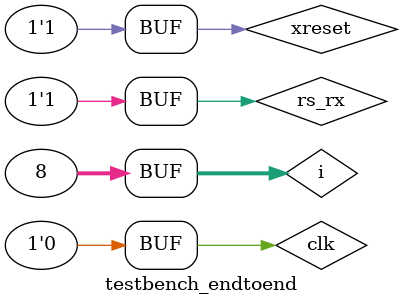
<source format=v>
module testbench_endtoend();

   reg clk;
   reg xreset;
   reg rs_rx;
   wire rs_tx;

   // for sram
   wire [31:0] ZD;
   wire [3:0]  ZDP;
   wire [19:0] ZA;
   wire [3:0]  XZBE;
   wire [1:0]  ZCLKMA;
   wire XE1, E2A, XE3, XGA, XWA, XZCKE, ADVA, XFT, XLBO, ZZA;

   // debug output
   integer fd;

   fake_sram fake (.ZD(ZD), .ZDP(ZDP), .ZA(ZA), .XE1(XE1), .E2A(E2A), .XE3(XE3),
            .XZBE(XZBE), .XGA(XGA), .XWA(XWA), .XZCKE(XZCKE), .ZCLKMA(ZCLKMA),
            .ADVA(ADVA), .XFT(XFT), .XLBO(XLBO), .ZZA(ZZA));
   
   top dut (.ZD(ZD), .ZDP(ZDP), .ZA(ZA), .XE1(XE1), .E2A(E2A), .XE3(XE3),
            .XZBE(XZBE), .XGA(XGA), .XWA(XWA), .XZCKE(XZCKE), .ZCLKMA(ZCLKMA),
            .ADVA(ADVA), .XFT(XFT), .XLBO(XLBO), .ZZA(ZZA),

            .CLK(clk), .XRST(xreset), .RS_RX(rs_rx), .RS_TX(rs_tx));

   integer i;
   task send;
      input [7:0] data;
      begin

         // input 0_????????_1
         rs_rx <= 0;
         #2000;
         for (i=0; i<8; i = i+1) begin
            rs_rx <= data[i];
            #2000;
         end
         rs_rx <= 1;
         #2000;

      end
   endtask

   // initialize test by xresetting
   initial begin
      xreset <= 0;
      rs_rx  <= 1;
      #22;
      xreset <= 1;
      #100;

      #300;

      // "10\0"
      send(0);
      send(0);
      send(0);
      send(10);
   end
  
   // geenrate clock to sequence tests
   // 14 ns / clock is realistic
   always begin
      clk <= 1;
      #7;
      clk <= 0;
      #7;
   end

endmodule

</source>
